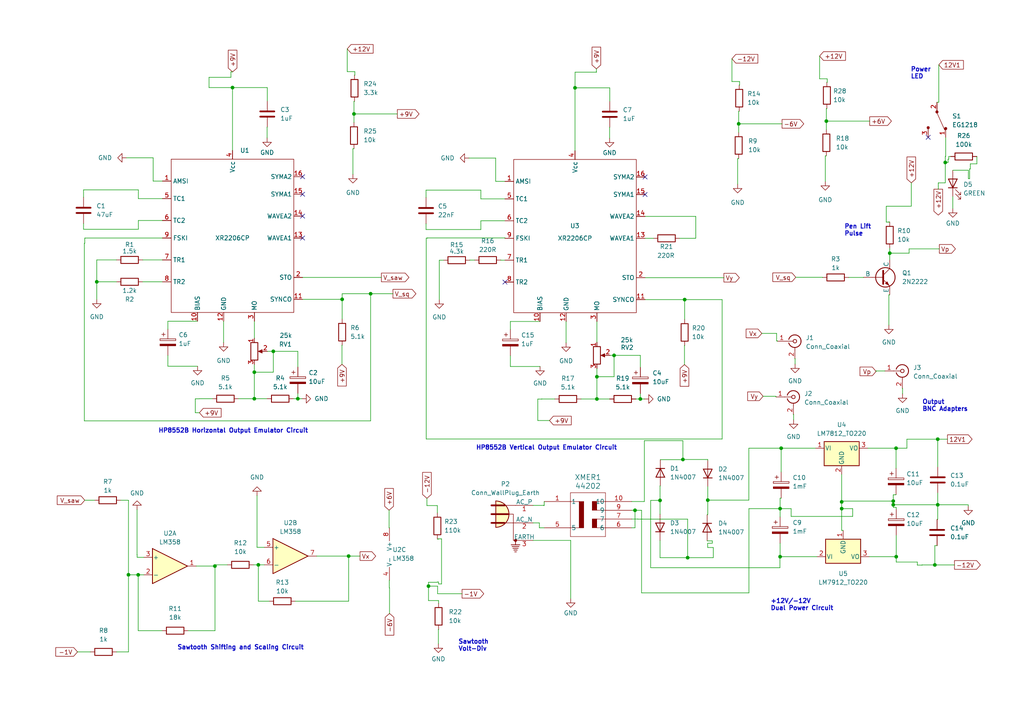
<source format=kicad_sch>
(kicad_sch (version 20230121) (generator eeschema)
  (paper "A4")
  (title_block (title "HP141T Emulator") (date "2025-04-09") (rev "v01") (company "EEE4022F Research Project") (comment 1 "University of Cape Town") (comment 3 "by Bonga Njamela"))
  (junction (at 178.1048 103.0732))
  (junction (at 226.2632 161.4678))
  (junction (at 271.9832 146.4056))
  (junction (at 259.08 145.3388))
  (junction (at 214.249 35.9156))
  (junction (at 244.1194 147.5232))
  (junction (at 37.2618 166.7002))
  (junction (at 239.6744 35.1282))
  (junction (at 271.145 163.8554))
  (junction (at 185.7248 115.7224))
  (junction (at 107.4928 85.1916))
  (junction (at 173.1264 109.2708))
  (junction (at 62.3316 164.1856))
  (junction (at 259.08 146.4056))
  (junction (at 191.4398 145.1356))
  (junction (at 173.1264 115.7224))
  (junction (at 28.067 81.7372))
  (junction (at 124.2822 170.0022))
  (junction (at 258.064 73.4314))
  (junction (at 271.9832 127.381))
  (junction (at 166.7764 25.4762))
  (junction (at 102.6668 33.0454))
  (junction (at 79.2734 101.9048))
  (junction (at 184.1754 148.0058))
  (junction (at 86.3854 115.6462))
  (junction (at 73.7616 107.95))
  (junction (at 40.0812 166.7256))
  (junction (at 259.8928 129.9972))
  (junction (at 67.437 25.4))
  (junction (at 205.2828 145.0594))
  (junction (at 199.4408 161.7472))
  (junction (at 73.7616 115.6462))
  (junction (at 226.568 129.9972))
  (junction (at 198.0692 133.2738))
  (junction (at 101.1174 161.29))
  (junction (at 99.2378 86.8172))
  (junction (at 274.1676 47.117))
  (junction (at 244.1194 145.5674))
  (junction (at 74.93 163.83))
  (junction (at 259.9436 161.4678))
  (junction (at 226.2632 147.5232))
  (junction (at 198.5772 86.8934))
  (no_connect (at 87.757 56.3372))
  (no_connect (at 87.757 51.2572))
  (no_connect (at 87.757 62.6872))
  (no_connect (at 87.757 69.0372))
  (no_connect (at 187.0964 51.3334))
  (no_connect (at 146.4564 81.8134))
  (no_connect (at 187.0964 56.4134))
  (no_connect (at 269.2146 39.8272))
  (wire (pts (xy 148.0312 106.299) (xy 156.6418 106.299)))
  (wire (pts (xy 176.8602 25.4762) (xy 166.7764 25.4762)))
  (wire (pts (xy 165.5318 173.609) (xy 165.5318 156.7434)))
  (wire (pts (xy 143.764 52.6034) (xy 143.764 45.847)))
  (wire (pts (xy 39.751 147.8026) (xy 39.751 160.909)))
  (wire (pts (xy 37.2872 166.7002) (xy 37.2872 166.7256)))
  (wire (pts (xy 274.2946 45.3644) (xy 274.2946 39.8272)))
  (wire (pts (xy 257.81 94.2848) (xy 257.81 85.5218)))
  (wire (pts (xy 244.1194 153.8478) (xy 244.5512 153.8478)))
  (wire (pts (xy 281.2288 48.9966) (xy 281.2288 51.816)))
  (wire (pts (xy 40.0812 166.7256) (xy 41.6814 166.7256)))
  (wire (pts (xy 146.4564 75.4634) (xy 145.2626 75.4634)))
  (wire (pts (xy 157.1244 115.7478) (xy 157.1244 115.7224)))
  (wire (pts (xy 191.4398 145.1356) (xy 191.4398 140.9446)))
  (wire (pts (xy 37.2618 166.7002) (xy 37.2618 189.0776)))
  (wire (pts (xy 157.8356 146.6088) (xy 157.8356 145.4658)))
  (wire (pts (xy 78.0796 174.371) (xy 74.93 174.371)))
  (wire (pts (xy 62.357 164.1856) (xy 62.357 182.9308)))
  (wire (pts (xy 28.067 81.7372) (xy 33.782 81.7372)))
  (wire (pts (xy 155.9814 121.9708) (xy 159.385 121.9708)))
  (wire (pts (xy 205.2574 157.5562) (xy 206.6036 157.5562)))
  (wire (pts (xy 73.7616 107.95) (xy 73.7616 115.6462)))
  (wire (pts (xy 244.1194 147.5232) (xy 244.1194 153.8478)))
  (wire (pts (xy 259.08 146.4056) (xy 271.9832 146.4056)))
  (wire (pts (xy 173.1264 109.2708) (xy 178.1048 109.2708)))
  (wire (pts (xy 226.2632 161.4678) (xy 236.9312 161.4678)))
  (wire (pts (xy 205.2828 149.2504) (xy 205.105 149.2504)))
  (wire (pts (xy 87.757 80.4672) (xy 110.617 80.4672)))
  (wire (pts (xy 48.6918 106.2228) (xy 57.3024 106.2228)))
  (wire (pts (xy 112.8522 153.0858) (xy 112.9538 153.0858)))
  (wire (pts (xy 173.1264 109.2708) (xy 173.1264 115.7224)))
  (wire (pts (xy 77.5208 25.4) (xy 67.437 25.4)))
  (wire (pts (xy 261.7724 114.2238) (xy 261.7724 112.6744)))
  (wire (pts (xy 148.0312 93.2434) (xy 156.6164 93.2434)))
  (wire (pts (xy 128.0668 169.3672) (xy 128.0668 156.2862)))
  (wire (pts (xy 191.4398 140.9446) (xy 191.516 140.9446)))
  (wire (pts (xy 139.4714 57.6834) (xy 139.4714 55.1434)))
  (wire (pts (xy 40.132 63.9572) (xy 47.117 63.9572)))
  (wire (pts (xy 24.6126 69.1642) (xy 24.6126 69.0372)))
  (wire (pts (xy 205.2828 133.2738) (xy 198.0692 133.2738)))
  (wire (pts (xy 173.1264 93.2434) (xy 173.1264 99.2632)))
  (wire (pts (xy 41.402 81.7372) (xy 47.117 81.7372)))
  (wire (pts (xy 263.6774 73.4314) (xy 258.064 73.4314)))
  (wire (pts (xy 102.362 43.1292) (xy 102.6668 43.1292)))
  (wire (pts (xy 39.7764 160.909) (xy 39.7764 161.6456)))
  (wire (pts (xy 77.5208 29.2608) (xy 77.5208 25.4)))
  (wire (pts (xy 266.065 163.9062) (xy 266.065 163.0172)))
  (wire (pts (xy 127.1524 156.3624) (xy 126.8476 156.3624)))
  (wire (pts (xy 226.2632 147.5232) (xy 226.2632 144.5006)))
  (wire (pts (xy 79.2734 101.9048) (xy 86.3854 101.9048)))
  (wire (pts (xy 28.067 75.3872) (xy 28.067 81.7372)))
  (wire (pts (xy 214.249 32.2834) (xy 214.4014 32.2834)))
  (wire (pts (xy 259.08 143.51) (xy 259.8166 143.51)))
  (wire (pts (xy 123.6218 127.3302) (xy 209.4484 127.3302)))
  (wire (pts (xy 24.6126 69.0372) (xy 47.117 69.0372)))
  (wire (pts (xy 217.2208 147.5232) (xy 217.2208 171.958)))
  (wire (pts (xy 271.9832 143.002) (xy 271.9832 146.4056)))
  (wire (pts (xy 126.8476 146.6342) (xy 126.8476 148.7424)))
  (wire (pts (xy 186.8932 127.8128) (xy 186.8932 145.4658)))
  (wire (pts (xy 283.337 47.5234) (xy 283.337 45.3898)))
  (wire (pts (xy 157.7594 146.5834) (xy 154.6098 146.5834)))
  (wire (pts (xy 136.017 45.847) (xy 143.764 45.847)))
  (wire (pts (xy 272.288 29.6672) (xy 271.7546 29.6672)))
  (wire (pts (xy 244.1194 137.6172) (xy 244.1194 145.5674)))
  (wire (pts (xy 244.1194 145.5674) (xy 244.1194 147.5232)))
  (wire (pts (xy 172.9994 20.9042) (xy 172.974 20.9042)))
  (wire (pts (xy 79.2734 107.95) (xy 79.2734 101.9048)))
  (wire (pts (xy 198.5772 92.6084) (xy 198.5772 86.8934)))
  (wire (pts (xy 48.6918 103.0986) (xy 48.6918 106.2228)))
  (wire (pts (xy 259.8928 135.8392) (xy 259.8928 129.9972)))
  (wire (pts (xy 73.7616 115.6462) (xy 77.47 115.6462)))
  (wire (pts (xy 134.0104 172.212) (xy 126.9238 172.212)))
  (wire (pts (xy 267.4366 163.9062) (xy 267.4366 163.8554)))
  (wire (pts (xy 54.61 182.9308) (xy 62.357 182.9308)))
  (wire (pts (xy 184.1754 148.0058) (xy 183.2356 148.0058)))
  (wire (pts (xy 244.1448 145.3388) (xy 259.08 145.3388)))
  (wire (pts (xy 263.0424 127.381) (xy 263.0424 129.9972)))
  (wire (pts (xy 139.4714 64.0334) (xy 146.4564 64.0334)))
  (wire (pts (xy 65.913 163.83) (xy 62.3316 163.83)))
  (wire (pts (xy 62.3316 163.83) (xy 62.3316 164.1856)))
  (wire (pts (xy 37.211 145.1864) (xy 37.211 145.0848)))
  (wire (pts (xy 74.549 143.7386) (xy 74.549 158.75)))
  (wire (pts (xy 178.1048 103.0732) (xy 176.9364 103.0732)))
  (wire (pts (xy 280.8732 51.816) (xy 280.8732 49.3776)))
  (wire (pts (xy 127.1524 186.7408) (xy 127.1524 182.5752)))
  (wire (pts (xy 127.2032 169.3672) (xy 128.0668 169.3672)))
  (wire (pts (xy 56.642 119.7102) (xy 57.8358 119.7102)))
  (wire (pts (xy 281.432 47.5234) (xy 281.432 48.9966)))
  (wire (pts (xy 263.0424 127.381) (xy 271.9832 127.381)))
  (wire (pts (xy 99.2378 92.5322) (xy 99.2378 86.8172)))
  (wire (pts (xy 24.5872 145.0848) (xy 27.432 145.0848)))
  (wire (pts (xy 259.8166 143.51) (xy 259.8166 143.4592)))
  (wire (pts (xy 176.8094 40.0812) (xy 176.8094 36.957)))
  (wire (pts (xy 258.064 72.009) (xy 258.064 73.4314)))
  (wire (pts (xy 37.2618 145.1864) (xy 37.211 145.1864)))
  (wire (pts (xy 272.4404 72.1868) (xy 263.6774 72.1868)))
  (wire (pts (xy 198.0692 133.2738) (xy 198.0692 133.3246)))
  (wire (pts (xy 214.249 38.3794) (xy 214.249 35.9156)))
  (wire (pts (xy 160.909 115.7224) (xy 157.1244 115.7224)))
  (wire (pts (xy 244.1448 145.5674) (xy 244.1194 145.5674)))
  (wire (pts (xy 257.048 59.817) (xy 257.048 64.4144)))
  (wire (pts (xy 239.3696 45.212) (xy 239.6744 45.212)))
  (wire (pts (xy 205.2828 145.0594) (xy 205.2828 149.2504)))
  (wire (pts (xy 217.1954 145.0594) (xy 217.1954 129.9972)))
  (wire (pts (xy 46.99 182.9308) (xy 40.0812 182.9308)))
  (wire (pts (xy 172.974 20.9042) (xy 172.974 19.9644)))
  (wire (pts (xy 100.711 20.7772) (xy 102.9208 20.7772)))
  (wire (pts (xy 258.064 73.4314) (xy 258.064 75.3618)))
  (wire (pts (xy 173.1264 115.7224) (xy 176.8094 115.7224)))
  (wire (pts (xy 24.5872 70.5866) (xy 24.5872 69.1642)))
  (wire (pts (xy 124.2822 168.8846) (xy 126.8476 168.8846)))
  (wire (pts (xy 259.9436 163.0172) (xy 259.9436 161.4678)))
  (wire (pts (xy 148.0312 103.1748) (xy 148.0312 106.299)))
  (wire (pts (xy 127.4064 75.4634) (xy 127.4064 86.8934)))
  (wire (pts (xy 183.2356 153.0858) (xy 184.1754 153.0858)))
  (wire (pts (xy 225.044 114.935) (xy 225.044 115.1382)))
  (wire (pts (xy 102.362 50.546) (xy 102.362 43.1292)))
  (wire (pts (xy 257.048 64.4144) (xy 257.7338 64.4144)))
  (wire (pts (xy 74.93 174.371) (xy 74.93 163.83)))
  (wire (pts (xy 187.0964 80.5434) (xy 209.9564 80.5434)))
  (wire (pts (xy 123.9774 69.0118) (xy 146.4818 69.0118)))
  (wire (pts (xy 226.2124 164.6682) (xy 226.2124 161.4678)))
  (wire (pts (xy 112.903 168.3258) (xy 112.9538 168.3258)))
  (wire (pts (xy 247.3198 149.7838) (xy 247.3198 147.5232)))
  (wire (pts (xy 206.6036 156.8704) (xy 205.105 156.8704)))
  (wire (pts (xy 166.8018 20.9296) (xy 166.7764 25.4762)))
  (wire (pts (xy 261.7724 112.6744) (xy 261.7216 112.6744)))
  (wire (pts (xy 48.6918 93.1672) (xy 57.277 93.1672)))
  (wire (pts (xy 276.352 56.9976) (xy 276.352 60.4774)))
  (wire (pts (xy 60.6298 22.4282) (xy 66.9798 22.4282)))
  (wire (pts (xy 198.0692 133.3246) (xy 191.516 133.3246)))
  (wire (pts (xy 173.1264 106.8832) (xy 173.1264 109.2708)))
  (wire (pts (xy 112.903 170.5102) (xy 112.903 168.3258)))
  (wire (pts (xy 56.9214 164.1856) (xy 62.3316 164.1856)))
  (wire (pts (xy 259.08 147.1676) (xy 259.9436 147.1676)))
  (wire (pts (xy 272.288 18.796) (xy 272.288 29.6672)))
  (wire (pts (xy 186.0804 148.0058) (xy 186.0804 171.958)))
  (wire (pts (xy 239.6744 35.1282) (xy 252.2474 35.1282)))
  (wire (pts (xy 271.9832 127.381) (xy 274.8026 127.381)))
  (wire (pts (xy 229.4636 147.5232) (xy 226.2632 147.5232)))
  (wire (pts (xy 146.4564 52.6034) (xy 143.764 52.6034)))
  (wire (pts (xy 165.5318 156.7434) (xy 154.6098 156.7434)))
  (wire (pts (xy 139.4714 55.1434) (xy 123.571 55.1434)))
  (wire (pts (xy 64.8462 99.3394) (xy 64.8462 93.1672)))
  (wire (pts (xy 24.4602 122.0724) (xy 107.4928 122.0724)))
  (wire (pts (xy 271.9832 127.381) (xy 271.9832 135.382)))
  (wire (pts (xy 239.6744 37.592) (xy 239.6744 35.1282)))
  (wire (pts (xy 239.6744 31.496) (xy 239.8268 31.496)))
  (wire (pts (xy 275.1836 46.1772) (xy 275.1836 45.3898)))
  (wire (pts (xy 239.9284 23.876) (xy 239.8268 23.876)))
  (wire (pts (xy 226.568 129.9972) (xy 226.568 136.8806)))
  (wire (pts (xy 123.571 66.5734) (xy 139.4714 66.5734)))
  (wire (pts (xy 157.7594 146.6088) (xy 157.7594 146.5834)))
  (wire (pts (xy 22.479 189.0776) (xy 26.2128 189.0776)))
  (wire (pts (xy 225.2472 98.8822) (xy 225.4758 98.8822)))
  (wire (pts (xy 198.5264 100.2284) (xy 198.5772 100.2284)))
  (wire (pts (xy 187.0964 86.8934) (xy 198.5772 86.8934)))
  (wire (pts (xy 280.8732 49.3776) (xy 276.352 49.3776)))
  (wire (pts (xy 157.1244 115.7478) (xy 155.9814 115.7478)))
  (wire (pts (xy 126.9238 172.212) (xy 126.9238 170.0022)))
  (wire (pts (xy 73.533 163.83) (xy 74.93 163.83)))
  (wire (pts (xy 57.785 115.6716) (xy 57.785 115.6462)))
  (wire (pts (xy 85.6996 174.371) (xy 101.1174 174.371)))
  (wire (pts (xy 57.785 115.6716) (xy 56.642 115.6716)))
  (wire (pts (xy 91.8718 161.29) (xy 101.1174 161.29)))
  (wire (pts (xy 156.4386 151.6634) (xy 156.4386 153.0858)))
  (wire (pts (xy 239.9284 22.86) (xy 239.9284 23.876)))
  (wire (pts (xy 185.7248 115.7224) (xy 186.8932 115.7224)))
  (wire (pts (xy 206.883 158.8008) (xy 206.883 161.7472)))
  (wire (pts (xy 191.4398 145.1356) (xy 188.722 145.1356)))
  (wire (pts (xy 86.3854 106.4768) (xy 86.3854 101.9048)))
  (wire (pts (xy 230.8098 80.4164) (xy 238.5568 80.4164)))
  (wire (pts (xy 145.2626 75.4634) (xy 145.2626 75.438)))
  (wire (pts (xy 146.4818 69.1134) (xy 146.4564 69.1134)))
  (wire (pts (xy 39.751 160.909) (xy 39.7764 160.909)))
  (wire (pts (xy 123.825 146.6342) (xy 126.8476 146.6342)))
  (wire (pts (xy 123.6218 69.0626) (xy 123.6218 127.3302)))
  (wire (pts (xy 281.432 47.5234) (xy 283.337 47.5234)))
  (wire (pts (xy 127.1524 156.2862) (xy 127.1524 156.3624)))
  (wire (pts (xy 127.2032 174.1932) (xy 127.2032 174.9552)))
  (wire (pts (xy 124.2822 168.8846) (xy 124.2822 170.0022)))
  (wire (pts (xy 254.1016 107.7214) (xy 254.1016 107.5944)))
  (wire (pts (xy 271.9832 146.4056) (xy 280.8224 146.4056)))
  (wire (pts (xy 107.4928 85.1916) (xy 113.9698 85.1916)))
  (wire (pts (xy 102.6668 29.4132) (xy 102.8192 29.4132)))
  (wire (pts (xy 272.1356 53.0352) (xy 274.1676 53.0352)))
  (wire (pts (xy 128.651 75.4634) (xy 127.4064 75.4634)))
  (wire (pts (xy 226.2632 149.9362) (xy 226.2632 147.5232)))
  (wire (pts (xy 36.6776 45.7708) (xy 44.4246 45.7708)))
  (wire (pts (xy 230.6066 105.5878) (xy 230.6066 104.0384)))
  (wire (pts (xy 124.2822 170.0022) (xy 126.9238 170.0022)))
  (wire (pts (xy 191.4398 149.1488) (xy 191.4398 145.1356)))
  (wire (pts (xy 168.529 115.7224) (xy 173.1264 115.7224)))
  (wire (pts (xy 201.803 62.7634) (xy 187.0964 62.7634)))
  (wire (pts (xy 156.4386 153.0858) (xy 157.8356 153.0858)))
  (wire (pts (xy 205.2828 141.1478) (xy 205.2828 145.0594)))
  (wire (pts (xy 213.9442 45.9994) (xy 214.249 45.9994)))
  (wire (pts (xy 230.1748 121.7676) (xy 230.1748 120.2182)))
  (wire (pts (xy 85.09 115.6462) (xy 86.3854 115.6462)))
  (wire (pts (xy 112.8522 147.9804) (xy 112.8522 153.0858)))
  (wire (pts (xy 184.1754 153.0858) (xy 184.1754 148.0058)))
  (wire (pts (xy 259.08 143.51) (xy 259.08 145.3388)))
  (wire (pts (xy 257.7338 64.4144) (xy 257.7338 64.389)))
  (wire (pts (xy 86.3854 115.6462) (xy 87.5538 115.6462)))
  (wire (pts (xy 226.2124 161.4678) (xy 226.2632 161.4678)))
  (wire (pts (xy 76.6318 158.75) (xy 74.549 158.75)))
  (wire (pts (xy 37.2872 166.7002) (xy 37.2618 166.7002)))
  (wire (pts (xy 281.2288 51.816) (xy 280.8732 51.816)))
  (wire (pts (xy 156.4386 151.6634) (xy 154.6098 151.6634)))
  (wire (pts (xy 44.4246 52.5272) (xy 44.4246 45.7708)))
  (wire (pts (xy 41.402 75.3872) (xy 47.117 75.3872)))
  (wire (pts (xy 155.9814 115.7478) (xy 155.9814 121.9708)))
  (wire (pts (xy 214.503 24.6634) (xy 214.4014 24.6634)))
  (wire (pts (xy 272.1356 53.0352) (xy 272.1356 54.864)))
  (wire (pts (xy 77.47 40.005) (xy 77.47 36.8808)))
  (wire (pts (xy 236.4994 129.9972) (xy 226.568 129.9972)))
  (wire (pts (xy 251.7394 129.9972) (xy 259.8928 129.9972)))
  (wire (pts (xy 112.9792 177.927) (xy 112.9792 170.5102)))
  (wire (pts (xy 217.1954 129.9972) (xy 226.568 129.9972)))
  (wire (pts (xy 209.4484 127.3302) (xy 209.4484 86.8934)))
  (wire (pts (xy 239.3696 52.6288) (xy 239.3696 45.212)))
  (wire (pts (xy 250.444 80.4672) (xy 250.444 80.4418)))
  (wire (pts (xy 102.6668 33.0454) (xy 102.6668 29.4132)))
  (wire (pts (xy 254.1016 107.5944) (xy 256.6416 107.5944)))
  (wire (pts (xy 205.2574 158.8008) (xy 206.883 158.8008)))
  (wire (pts (xy 191.4398 156.7688) (xy 191.4398 161.7472)))
  (wire (pts (xy 214.503 23.6474) (xy 214.503 24.6634)))
  (wire (pts (xy 274.1676 47.117) (xy 274.1676 53.0352)))
  (wire (pts (xy 126.8476 168.8084) (xy 127.2032 168.8084)))
  (wire (pts (xy 86.3854 114.0968) (xy 86.3854 115.6462)))
  (wire (pts (xy 199.4408 150.5712) (xy 199.4408 161.7472)))
  (wire (pts (xy 73.787 93.1672) (xy 73.787 98.0948)))
  (wire (pts (xy 60.6298 25.4) (xy 67.437 25.4)))
  (wire (pts (xy 73.7616 107.95) (xy 79.2734 107.95)))
  (wire (pts (xy 176.8602 29.337) (xy 176.8602 25.4762)))
  (wire (pts (xy 274.1676 45.3644) (xy 274.2946 45.3644)))
  (wire (pts (xy 214.249 35.9156) (xy 226.822 35.9156)))
  (wire (pts (xy 263.0424 129.9972) (xy 259.8928 129.9972)))
  (wire (pts (xy 237.7186 22.86) (xy 239.9284 22.86)))
  (wire (pts (xy 264.3124 59.817) (xy 264.3124 53.0352)))
  (wire (pts (xy 64.8462 93.1672) (xy 64.897 93.1672)))
  (wire (pts (xy 73.787 98.0948) (xy 73.7616 98.0948)))
  (wire (pts (xy 37.2618 145.1864) (xy 37.2618 166.7002)))
  (wire (pts (xy 230.6066 104.0384) (xy 230.5558 104.0384)))
  (wire (pts (xy 40.0812 182.9308) (xy 40.0812 166.7256)))
  (wire (pts (xy 102.6668 35.5092) (xy 102.6668 33.0454)))
  (wire (pts (xy 252.1712 161.4678) (xy 259.9436 161.4678)))
  (wire (pts (xy 271.145 158.242) (xy 271.8054 158.242)))
  (wire (pts (xy 259.9436 163.0172) (xy 266.065 163.0172)))
  (wire (pts (xy 24.5872 69.1642) (xy 24.6126 69.1642)))
  (wire (pts (xy 99.2378 85.1916) (xy 99.2378 86.8172)))
  (wire (pts (xy 184.9882 150.5458) (xy 183.2356 150.5458)))
  (wire (pts (xy 24.2316 66.4972) (xy 40.132 66.4972)))
  (wire (pts (xy 201.803 69.1134) (xy 201.803 62.7634)))
  (wire (pts (xy 274.1676 47.117) (xy 274.9804 47.117)))
  (wire (pts (xy 40.132 66.4972) (xy 40.132 63.9572)))
  (wire (pts (xy 47.117 52.5272) (xy 44.4246 52.5272)))
  (wire (pts (xy 271.145 158.242) (xy 271.145 163.8554)))
  (wire (pts (xy 112.9792 170.5102) (xy 112.903 170.5102)))
  (wire (pts (xy 225.4758 98.8822) (xy 225.4758 98.9584)))
  (wire (pts (xy 275.1836 45.3898) (xy 275.717 45.3898)))
  (wire (pts (xy 164.1856 99.4156) (xy 164.1856 93.2434)))
  (wire (pts (xy 73.7616 105.7148) (xy 73.7616 107.95)))
  (wire (pts (xy 186.0804 148.0058) (xy 184.1754 148.0058)))
  (wire (pts (xy 280.8224 146.7866) (xy 280.8224 146.4056)))
  (wire (pts (xy 66.9798 22.4282) (xy 66.9798 20.8534)))
  (wire (pts (xy 139.4714 66.5734) (xy 139.4714 64.0334)))
  (wire (pts (xy 123.571 55.1434) (xy 123.571 57.277)))
  (wire (pts (xy 259.9436 155.2956) (xy 259.9436 161.4678)))
  (wire (pts (xy 257.7338 64.389) (xy 258.064 64.389)))
  (wire (pts (xy 198.5772 86.8934) (xy 209.4484 86.8934)))
  (wire (pts (xy 66.9798 20.8534) (xy 67.4624 20.8534)))
  (wire (pts (xy 176.8094 36.957) (xy 176.8602 36.957)))
  (wire (pts (xy 124.2822 174.1932) (xy 127.2032 174.1932)))
  (wire (pts (xy 226.2632 144.5006) (xy 226.568 144.5006)))
  (wire (pts (xy 247.3198 147.5232) (xy 244.1194 147.5232)))
  (wire (pts (xy 39.7764 161.6456) (xy 41.6814 161.6456)))
  (wire (pts (xy 24.2316 64.8208) (xy 24.2316 66.4972)))
  (wire (pts (xy 205.2828 145.0594) (xy 217.1954 145.0594)))
  (wire (pts (xy 40.132 55.0672) (xy 24.2316 55.0672)))
  (wire (pts (xy 37.2872 166.7256) (xy 40.0812 166.7256)))
  (wire (pts (xy 191.4398 161.7472) (xy 199.4408 161.7472)))
  (wire (pts (xy 33.782 75.3872) (xy 28.067 75.3872)))
  (wire (pts (xy 67.437 25.4) (xy 67.437 43.6372)))
  (wire (pts (xy 212.2932 17.0434) (xy 212.2932 23.6474)))
  (wire (pts (xy 60.6298 22.4282) (xy 60.6298 25.4)))
  (wire (pts (xy 199.4408 161.7472) (xy 206.883 161.7472)))
  (wire (pts (xy 226.2632 161.4678) (xy 226.2632 157.5562)))
  (wire (pts (xy 69.1896 115.6462) (xy 73.7616 115.6462)))
  (wire (pts (xy 61.5696 115.6462) (xy 57.785 115.6462)))
  (wire (pts (xy 101.1174 174.371) (xy 101.1174 161.29)))
  (wire (pts (xy 28.067 81.7372) (xy 28.067 86.8172)))
  (wire (pts (xy 221.3356 114.935) (xy 225.044 114.935)))
  (wire (pts (xy 87.757 86.8172) (xy 99.2378 86.8172)))
  (wire (pts (xy 40.132 57.6072) (xy 40.132 55.0672)))
  (wire (pts (xy 166.8018 20.9296) (xy 172.9994 20.9296)))
  (wire (pts (xy 164.1856 93.2434) (xy 164.2364 93.2434)))
  (wire (pts (xy 127.2032 168.8084) (xy 127.2032 169.3672)))
  (wire (pts (xy 271.145 163.8554) (xy 276.8346 163.8554)))
  (wire (pts (xy 99.187 105.664) (xy 99.187 100.1522)))
  (wire (pts (xy 229.4636 149.7838) (xy 247.3198 149.7838)))
  (wire (pts (xy 198.5264 105.7402) (xy 198.5264 100.2284)))
  (wire (pts (xy 239.6744 35.1282) (xy 239.6744 31.496)))
  (wire (pts (xy 24.2316 55.0672) (xy 24.2316 57.2008)))
  (wire (pts (xy 99.2378 85.1916) (xy 107.4928 85.1916)))
  (wire (pts (xy 237.7186 16.256) (xy 237.7186 22.86)))
  (wire (pts (xy 127.1524 182.5752) (xy 127.2032 182.5752)))
  (wire (pts (xy 178.1048 109.2708) (xy 178.1048 103.0732)))
  (wire (pts (xy 123.571 64.897) (xy 123.571 66.5734)))
  (wire (pts (xy 271.9832 150.6474) (xy 271.8054 150.6474)))
  (wire (pts (xy 274.1676 45.3644) (xy 274.1676 47.117)))
  (wire (pts (xy 274.9804 46.1772) (xy 275.1836 46.1772)))
  (wire (pts (xy 124.2822 170.0022) (xy 124.2822 174.1932)))
  (wire (pts (xy 246.1768 80.4672) (xy 250.444 80.4672)))
  (wire (pts (xy 166.7764 25.4762) (xy 166.7764 43.7134)))
  (wire (pts (xy 205.2828 133.5278) (xy 205.2828 133.2738)))
  (wire (pts (xy 259.08 146.4056) (xy 259.08 147.1676)))
  (wire (pts (xy 102.9208 20.7772) (xy 102.9208 21.7932)))
  (wire (pts (xy 274.9804 47.117) (xy 274.9804 46.1772)))
  (wire (pts (xy 257.048 59.817) (xy 264.3124 59.817)))
  (wire (pts (xy 217.2208 147.5232) (xy 226.2632 147.5232)))
  (wire (pts (xy 123.6218 69.0626) (xy 123.9774 69.0626)))
  (wire (pts (xy 271.8054 158.242) (xy 271.8054 158.2674)))
  (wire (pts (xy 212.2932 23.6474) (xy 214.503 23.6474)))
  (wire (pts (xy 146.4564 57.6834) (xy 139.4714 57.6834)))
  (wire (pts (xy 257.81 85.5218) (xy 258.064 85.5218)))
  (wire (pts (xy 225.2472 96.6978) (xy 220.9546 96.6978)))
  (wire (pts (xy 24.4602 70.5866) (xy 24.4602 122.0724)))
  (wire (pts (xy 74.93 163.83) (xy 76.6318 163.83)))
  (wire (pts (xy 184.9882 150.5712) (xy 199.4408 150.5712)))
  (wire (pts (xy 259.9436 147.1676) (xy 259.9436 147.6756)))
  (wire (pts (xy 267.4366 163.8554) (xy 271.145 163.8554)))
  (wire (pts (xy 205.2574 157.5562) (xy 205.2574 158.8008)))
  (wire (pts (xy 62.3316 164.1856) (xy 62.357 164.1856)))
  (wire (pts (xy 157.7594 146.6088) (xy 157.8356 146.6088)))
  (wire (pts (xy 186.8932 145.4658) (xy 183.2356 145.4658)))
  (wire (pts (xy 56.642 115.6716) (xy 56.642 119.7102)))
  (wire (pts (xy 214.249 35.9156) (xy 214.249 32.2834)))
  (wire (pts (xy 148.0312 95.5548) (xy 148.0312 93.2434)))
  (wire (pts (xy 24.4602 70.5866) (xy 24.5872 70.5866)))
  (wire (pts (xy 225.2472 96.6978) (xy 225.2472 98.8822)))
  (wire (pts (xy 281.2288 48.9966) (xy 281.432 48.9966)))
  (wire (pts (xy 184.4294 115.7224) (xy 185.7248 115.7224)))
  (wire (pts (xy 123.9774 69.0626) (xy 123.9774 69.0118)))
  (wire (pts (xy 33.8328 189.0776) (xy 37.2618 189.0776)))
  (wire (pts (xy 47.117 57.6072) (xy 40.132 57.6072)))
  (wire (pts (xy 188.722 164.6682) (xy 226.2124 164.6682)))
  (wire (pts (xy 107.4928 85.1916) (xy 107.4928 122.0724)))
  (wire (pts (xy 185.7248 114.173) (xy 185.7248 115.7224)))
  (wire (pts (xy 185.7248 103.0732) (xy 178.1048 103.0732)))
  (wire (pts (xy 244.1448 145.3388) (xy 244.1448 145.5674)))
  (wire (pts (xy 188.722 145.1356) (xy 188.722 164.6682)))
  (wire (pts (xy 126.8476 168.8846) (xy 126.8476 168.8084)))
  (wire (pts (xy 206.6036 157.5562) (xy 206.6036 156.8704)))
  (wire (pts (xy 267.4366 163.9062) (xy 266.065 163.9062)))
  (wire (pts (xy 213.9442 53.4162) (xy 213.9442 45.9994)))
  (wire (pts (xy 198.0692 127.8128) (xy 198.0692 133.2738)))
  (wire (pts (xy 172.9994 20.9042) (xy 172.9994 20.9296)))
  (wire (pts (xy 186.8932 127.8128) (xy 198.0692 127.8128)))
  (wire (pts (xy 99.187 100.1522) (xy 99.2378 100.1522)))
  (wire (pts (xy 259.8166 143.4592) (xy 259.8928 143.4592)))
  (wire (pts (xy 146.4818 69.0118) (xy 146.4818 69.1134)))
  (wire (pts (xy 230.1748 120.2182) (xy 230.124 120.2182)))
  (wire (pts (xy 128.0668 156.2862) (xy 127.1524 156.2862)))
  (wire (pts (xy 184.9882 150.5458) (xy 184.9882 150.5712)))
  (wire (pts (xy 217.2208 171.958) (xy 186.0804 171.958)))
  (wire (pts (xy 238.5568 80.4164) (xy 238.5568 80.4672)))
  (wire (pts (xy 77.47 36.8808) (xy 77.5208 36.8808)))
  (wire (pts (xy 77.5716 101.9048) (xy 79.2734 101.9048)))
  (wire (pts (xy 259.08 145.3388) (xy 259.08 146.4056)))
  (wire (pts (xy 101.1174 161.29) (xy 104.4194 161.29)))
  (wire (pts (xy 37.211 145.0848) (xy 35.052 145.0848)))
  (wire (pts (xy 197.1294 69.1134) (xy 201.803 69.1134)))
  (wire (pts (xy 136.271 75.438) (xy 136.271 75.4634)))
  (wire (pts (xy 263.6774 72.1868) (xy 263.6774 73.4314)))
  (wire (pts (xy 102.9208 21.7932) (xy 102.8192 21.7932)))
  (wire (pts (xy 185.7248 103.0732) (xy 185.7248 106.553)))
  (wire (pts (xy 102.6668 33.0454) (xy 115.2398 33.0454)))
  (wire (pts (xy 137.6426 75.438) (xy 136.271 75.438)))
  (wire (pts (xy 48.6918 95.4786) (xy 48.6918 93.1672)))
  (wire (pts (xy 271.9832 146.4056) (xy 271.9832 150.6474)))
  (wire (pts (xy 229.4636 149.7838) (xy 229.4636 147.5232)))
  (wire (pts (xy 187.0964 69.1134) (xy 189.5094 69.1134)))
  (wire (pts (xy 123.825 144.526) (xy 123.825 146.6342)))
  (wire (pts (xy 100.711 14.1732) (xy 100.711 20.7772)))
  (text "+12V/-12V \nDual Power Circuit" (at 223.4438 177.2666 0) (effects (font (size 1.27 1.27) bold) (justify left bottom)))
  (text "Output \nBNC Adapters" (at 267.462 119.507 0) (effects (font (size 1.27 1.27) bold) (justify left bottom)))
  (text "HP8552B Vertical Output Emulator Circuit" (at 137.9982 130.7084 0) (effects (font (size 1.27 1.27) (thickness 0.254) bold) (justify left bottom)))
  (text "Power\nLED" (at 264.1092 23.0632 0) (effects (font (size 1.27 1.27) bold) (justify left bottom)))
  (text "Sawtooth Shifting and Scaling Circuit" (at 51.3842 188.6458 0) (effects (font (size 1.27 1.27) (thickness 0.254) bold) (justify left bottom)))
  (text "Pen Lift\nPulse" (at 244.856 68.6308 0) (effects (font (size 1.27 1.27) bold) (justify left bottom)))
  (text "HP8552B Horizontal Output Emulator Circuit" (at 45.8724 125.7808 0) (effects (font (size 1.27 1.27) (thickness 0.254) bold) (justify left bottom)))
  (text "Sawtooth\nVolt-Div" (at 132.8928 189.0522 0) (effects (font (size 1.27 1.27) bold) (justify left bottom)))
  (global_label "+9V" (shape output) (at 115.2398 33.0454 0) (property "Intersheetrefs" "${INTERSHEET_REFS}" (effects hide)))
  (global_label "12V1" (shape output) (at 274.8026 127.381 0) (property "Intersheetrefs" "${INTERSHEET_REFS}" (effects hide)))
  (global_label "V_saw" (shape output) (at 110.617 80.4672 0) (property "Intersheetrefs" "${INTERSHEET_REFS}" (effects hide)))
  (global_label "+9V" (shape input) (at 67.4624 20.8534 90) (property "Intersheetrefs" "${INTERSHEET_REFS}" (effects hide)))
  (global_label "-1V" (shape input) (at 22.479 189.0776 180) (property "Intersheetrefs" "${INTERSHEET_REFS}" (effects hide)))
  (global_label "V_sq" (shape input) (at 230.8098 80.4164 180) (property "Intersheetrefs" "${INTERSHEET_REFS}" (effects hide)))
  (global_label "+9V" (shape input) (at 99.187 105.664 270) (property "Intersheetrefs" "${INTERSHEET_REFS}" (effects hide)))
  (global_label "Vx" (shape output) (at 104.4194 161.29 0) (property "Intersheetrefs" "${INTERSHEET_REFS}" (effects hide)))
  (global_label "+9V" (shape input) (at 198.5264 105.7402 270) (property "Intersheetrefs" "${INTERSHEET_REFS}" (effects hide)))
  (global_label "V_saw" (shape input) (at 24.5872 145.0848 180) (property "Intersheetrefs" "${INTERSHEET_REFS}" (effects hide)))
  (global_label "-12V" (shape output) (at 276.8346 163.8554 0) (property "Intersheetrefs" "${INTERSHEET_REFS}" (effects hide)))
  (global_label "Vp" (shape output) (at 272.4404 72.1868 0) (property "Intersheetrefs" "${INTERSHEET_REFS}" (effects hide)))
  (global_label "-6V" (shape input) (at 112.9792 177.927 270) (property "Intersheetrefs" "${INTERSHEET_REFS}" (effects hide)))
  (global_label "Vy" (shape output) (at 209.9564 80.5434 0) (property "Intersheetrefs" "${INTERSHEET_REFS}" (effects hide)))
  (global_label "-6V" (shape output) (at 226.822 35.9156 0) (property "Intersheetrefs" "${INTERSHEET_REFS}" (effects hide)))
  (global_label "-1V" (shape output) (at 134.0104 172.212 0) (property "Intersheetrefs" "${INTERSHEET_REFS}" (effects hide)))
  (global_label "Vx" (shape input) (at 220.9546 96.6978 180) (property "Intersheetrefs" "${INTERSHEET_REFS}" (effects hide)))
  (global_label "+12V" (shape input) (at 100.711 14.1732 0) (property "Intersheetrefs" "${INTERSHEET_REFS}" (effects hide)))
  (global_label "-12V" (shape input) (at 123.825 144.526 90) (property "Intersheetrefs" "${INTERSHEET_REFS}" (effects hide)))
  (global_label "+12V" (shape input) (at 264.3124 53.0352 90) (property "Intersheetrefs" "${INTERSHEET_REFS}" (effects hide)))
  (global_label "Vp" (shape input) (at 254.1016 107.7214 180) (property "Intersheetrefs" "${INTERSHEET_REFS}" (effects hide)))
  (global_label "12V1" (shape input) (at 272.288 18.796 0) (property "Intersheetrefs" "${INTERSHEET_REFS}" (effects hide)))
  (global_label "-12V" (shape input) (at 212.2932 17.0434 0) (property "Intersheetrefs" "${INTERSHEET_REFS}" (effects hide)))
  (global_label "+9V" (shape input) (at 57.8358 119.7102 0) (property "Intersheetrefs" "${INTERSHEET_REFS}" (effects hide)))
  (global_label "+6V" (shape input) (at 112.8522 147.9804 90) (property "Intersheetrefs" "${INTERSHEET_REFS}" (effects hide)))
  (global_label "+6V" (shape output) (at 252.2474 35.1282 0) (property "Intersheetrefs" "${INTERSHEET_REFS}" (effects hide)))
  (global_label "Vy" (shape input) (at 221.3356 114.935 180) (property "Intersheetrefs" "${INTERSHEET_REFS}" (effects hide)))
  (global_label "+12V" (shape output) (at 272.1356 54.864 270) (property "Intersheetrefs" "${INTERSHEET_REFS}" (effects hide)))
  (global_label "+12V" (shape input) (at 237.7186 16.256 0) (property "Intersheetrefs" "${INTERSHEET_REFS}" (effects hide)))
  (global_label "+9V" (shape input) (at 172.974 19.9644 90) (property "Intersheetrefs" "${INTERSHEET_REFS}" (effects hide)))
  (global_label "+9V" (shape input) (at 159.385 121.9708 0) (property "Intersheetrefs" "${INTERSHEET_REFS}" (effects hide)))
  (global_label "V_sq" (shape output) (at 113.9698 85.1916 0) (property "Intersheetrefs" "${INTERSHEET_REFS}" (effects hide)))
  (symbol (lib_id "Device:R") (at 193.3194 69.1134 90) (unit 1)
    (property "Reference" "R21" (at 193.3194 71.5264 90))
    (property "Value" "220R" (at 193.1416 74.1172 90))
    (property "Footprint" "Resistor_THT:R_Axial_DIN0207_L6.3mm_D2.5mm_P7.62mm_Horizontal" (effects hide))
  )
  (symbol (lib_id "power:GND") (at 276.352 60.4774 0) (unit 1)
    (property "Reference" "#PWR022" (effects hide))
    (property "Value" "GND" (at 276.352 64.77 0))
  )
  (symbol (lib_id "Device:R") (at 37.592 75.3872 270) (unit 1)
    (property "Reference" "R1" (at 37.592 70.9422 90))
    (property "Value" "1.5k" (at 37.592 72.8472 90))
    (property "Footprint" "Resistor_THT:R_Axial_DIN0207_L6.3mm_D2.5mm_P7.62mm_Horizontal" (effects hide))
  )
  (symbol (lib_id "Device:D") (at 191.516 137.1346 270) (unit 1)
    (property "Reference" "D1" (at 194.31 135.8646 90) (effects (justify left)))
    (property "Value" "1N4007" (at 194.31 138.4046 90) (effects (justify left)))
    (property "Footprint" "Diode_THT:D_A-405_P7.62mm_Horizontal" (effects hide))
    (property "Sim.Device" "D" (effects hide))
    (property "Sim.Pins" "1=K 2=A" (effects hide))
  )
  (symbol (lib_id "Device:R") (at 65.3796 115.6462 90) (unit 1)
    (property "Reference" "R5" (at 65.3796 109.6772 90))
    (property "Value" "5.1k" (at 65.3796 112.2172 90))
    (property "Footprint" "Resistor_THT:R_Axial_DIN0207_L6.3mm_D2.5mm_P7.62mm_Horizontal" (effects hide))
  )
  (symbol (lib_id "Device:C_Polarized") (at 259.8928 139.6492 0) (unit 1)
    (property "Reference" "C11" (at 262.89 137.4902 0) (effects (justify left)))
    (property "Value" "10uF" (at 262.89 140.0302 0) (effects (justify left)))
    (property "Footprint" "Capacitor_THT:CP_Radial_D4.0mm_P1.50mm" (effects hide))
  )
  (symbol (lib_id "Device:R") (at 239.8268 27.686 0) (unit 1)
    (property "Reference" "R28" (at 241.6302 26.416 0) (effects (justify left)))
    (property "Value" "10k" (at 241.6302 28.956 0) (effects (justify left)))
    (property "Footprint" "Resistor_THT:R_Axial_DIN0207_L6.3mm_D2.5mm_P7.62mm_Horizontal" (effects hide))
  )
  (symbol (lib_id "Connector:Conn_Coaxial") (at 230.124 115.1382 0) (unit 1)
    (property "Reference" "J2" (at 233.2482 114.1614 0) (effects (justify left)))
    (property "Value" "Conn_Coaxial" (at 233.2482 116.7014 0) (effects (justify left)))
    (property "Footprint" "Connector_Coaxial:BNC_Amphenol_B6252HB-NPP3G-50_Horizontal" (effects hide))
    (property "Datasheet" " ~" (effects hide))
  )
  (symbol (lib_id "Device:R_Potentiometer") (at 73.7616 101.9048 0) (unit 1)
    (property "Reference" "RV1" (at 84.6836 99.8728 0) (effects (justify right)))
    (property "Value" "25k" (at 84.7344 97.3074 0) (effects (justify right)))
    (property "Footprint" "bourns:BOURNS-3362P_pot" (effects hide))
  )
  (symbol (lib_id "Device:C") (at 271.8054 154.4574 0) (unit 1)
    (property "Reference" "C14" (at 275.59 153.1874 0) (effects (justify left)))
    (property "Value" "0.1uF" (at 275.59 155.7274 0) (effects (justify left)))
    (property "Footprint" "Capacitor_THT:C_Axial_L3.8mm_D2.6mm_P7.50mm_Horizontal" (effects hide))
  )
  (symbol (lib_id "Device:R") (at 69.723 163.83 90) (unit 1)
    (property "Reference" "R12" (at 69.723 157.48 90))
    (property "Value" "10k" (at 69.723 160.02 90))
    (property "Footprint" "Resistor_THT:R_Axial_DIN0207_L6.3mm_D2.5mm_P7.62mm_Horizontal" (effects hide))
  )
  (symbol (lib_id "Device:C_Polarized") (at 148.0312 99.3648 0) (unit 1)
    (property "Reference" "C15" (at 151.13 97.2058 0) (effects (justify left)))
    (property "Value" "1uF" (at 151.13 99.7458 0) (effects (justify left)))
    (property "Footprint" "Capacitor_THT:CP_Radial_D5.0mm_P2.00mm" (effects hide))
  )
  (symbol (lib_id "Device:R") (at 99.2378 96.3422 0) (unit 1)
    (property "Reference" "R6" (at 101.6 95.0722 0) (effects (justify left)))
    (property "Value" "5.1k" (at 101.6 97.6122 0) (effects (justify left)))
    (property "Footprint" "Resistor_THT:R_Axial_DIN0207_L6.3mm_D2.5mm_P7.62mm_Horizontal" (effects hide))
  )
  (symbol (lib_id "Connector:Conn_WallPlug_Earth") (at 146.9898 149.1234 0) (unit 1)
    (property "Reference" "P2" (at 146.5961 140.3858 0))
    (property "Value" "Conn_WallPlug_Earth" (at 146.5961 142.9258 0))
    (property "Footprint" "Digikey:Term_Block_1x3_P5mm" (effects hide))
  )
  (symbol (lib_id "Amplifier_Operational:LM358") (at 49.3014 164.1856 0) (unit 1)
    (property "Reference" "U2" (at 49.3014 154.686 0))
    (property "Value" "LM358" (at 49.3014 157.226 0))
    (property "Footprint" "Package_DIP:DIP-4_W7.62mm_Socket" (effects hide))
    (property "Datasheet" "http://www.ti.com/lit/ds/symlink/lm2904-n.pdf" (effects hide))
  )
  (symbol (lib_id "Device:D") (at 191.4398 152.9588 90) (unit 1)
    (property "Reference" "D3" (at 194.31 151.6888 90) (effects (justify right)))
    (property "Value" "1N4007" (at 194.31 154.2288 90) (effects (justify right)))
    (property "Footprint" "Diode_THT:D_A-405_P7.62mm_Horizontal" (effects hide))
    (property "Sim.Device" "D" (effects hide))
    (property "Sim.Pins" "1=K 2=A" (effects hide))
  )
  (symbol (lib_id "power:GND") (at 87.5538 115.6462 90) (unit 1)
    (property "Reference" "#PWR02" (effects hide))
    (property "Value" "GND" (at 91.186 115.6462 90) (effects (justify right)))
  )
  (symbol (lib_id "Device:R") (at 214.4014 28.4734 0) (unit 1)
    (property "Reference" "R14" (at 216.7382 27.2034 0) (effects (justify left)))
    (property "Value" "10k" (at 216.7382 29.7434 0) (effects (justify left)))
    (property "Footprint" "Resistor_THT:R_Axial_DIN0207_L6.3mm_D2.5mm_P7.62mm_Horizontal" (effects hide))
  )
  (symbol (lib_id "xr2206:xr2206cp") (at 67.437 69.0372 0) (unit 1)
    (property "Reference" "U1" (at 69.6311 43.6372 0) (effects (justify left)))
    (property "Value" "XR2206CP" (at 67.437 69.0372 0))
    (property "Footprint" "Digikey:Socket_DIP-16_7.62mm_Conn" (effects hide))
  )
  (symbol (lib_id "power:GND") (at 156.6418 106.299 0) (unit 1)
    (property "Reference" "#PWR014" (effects hide))
    (property "Value" "GND" (at 156.6418 111.1504 0))
  )
  (symbol (lib_id "Device:C") (at 24.2316 61.0108 0) (unit 1)
    (property "Reference" "C1" (at 27.94 59.7408 0) (effects (justify left)))
    (property "Value" "47uF" (at 27.94 62.2808 0) (effects (justify left)))
    (property "Footprint" "Capacitor_THT:C_Radial_D5.0mm_H5.0mm_P2.00mm" (effects hide))
  )
  (symbol (lib_id "Device:LED") (at 276.352 53.1876 90) (unit 1)
    (property "Reference" "D5" (at 279.4 53.5051 90) (effects (justify right)))
    (property "Value" "GREEN" (at 279.4 56.0451 90) (effects (justify right)))
    (property "Footprint" "LED_THT:LED_D5.0mm" (effects hide))
  )
  (symbol (lib_id "Connector:Conn_Coaxial") (at 261.7216 107.5944 0) (unit 1)
    (property "Reference" "J3" (at 264.8458 106.6176 0) (effects (justify left)))
    (property "Value" "Conn_Coaxial" (at 264.8458 109.1576 0) (effects (justify left)))
    (property "Footprint" "Connector_Coaxial:BNC_Amphenol_B6252HB-NPP3G-50_Horizontal" (effects hide))
    (property "Datasheet" " ~" (effects hide))
  )
  (symbol (lib_id "power:GND") (at 36.6776 45.7708 270) (unit 1)
    (property "Reference" "#PWR05" (effects hide))
    (property "Value" "GND" (at 32.512 45.7708 90) (effects (justify right)))
  )
  (symbol (lib_id "Device:R") (at 102.8192 25.6032 0) (unit 1)
    (property "Reference" "R24" (at 105.41 24.3332 0) (effects (justify left)))
    (property "Value" "3.3k" (at 105.41 26.8732 0) (effects (justify left)))
    (property "Footprint" "Resistor_THT:R_Axial_DIN0207_L6.3mm_D2.5mm_P7.62mm_Horizontal" (effects hide))
  )
  (symbol (lib_id "Regulator_Linear:LM7912_TO220") (at 244.5512 161.4678 0) (unit 1)
    (property "Reference" "U5" (at 244.5512 166.37 0))
    (property "Value" "LM7912_TO220" (at 244.5512 168.91 0))
    (property "Footprint" "Package_TO_SOT_THT:TO-220-3_Vertical" (effects hide))
    (property "Datasheet" "hhttps://www.onsemi.com/pub/Collateral/MC7900-D.PDF" (effects hide))
  )
  (symbol (lib_id "Amplifier_Operational:LM358") (at 84.2518 161.29 0) (unit 2)
    (property "Reference" "U2" (at 84.2518 151.638 0))
    (property "Value" "LM358" (at 84.2518 154.178 0))
    (property "Footprint" "Package_DIP:DIP-4_W7.62mm_Socket" (effects hide))
    (property "Datasheet" "http://www.ti.com/lit/ds/symlink/lm2904-n.pdf" (effects hide))
  )
  (symbol (lib_id "power:GND") (at 136.017 45.847 270) (unit 1)
    (property "Reference" "#PWR013" (effects hide))
    (property "Value" "GND" (at 131.8514 45.847 90) (effects (justify right)))
  )
  (symbol (lib_id "power:GND") (at 164.1856 99.4156 0) (unit 1)
    (property "Reference" "#PWR016" (effects hide))
    (property "Value" "GND" (at 164.1856 104.6734 0))
  )
  (symbol (lib_id "Device:C") (at 176.8602 33.147 0) (unit 1)
    (property "Reference" "C7" (at 180.6194 31.877 0) (effects (justify left)))
    (property "Value" "1uF" (at 180.6194 34.417 0) (effects (justify left)))
    (property "Footprint" "Capacitor_THT:C_Axial_L3.8mm_D2.6mm_P7.50mm_Horizontal" (effects hide))
  )
  (symbol (lib_id "Device:D") (at 205.2828 137.3378 90) (unit 1)
    (property "Reference" "D2" (at 208.28 136.0678 90) (effects (justify right)))
    (property "Value" "1N4007" (at 208.28 138.6078 90) (effects (justify right)))
    (property "Footprint" "Diode_THT:D_A-405_P7.62mm_Horizontal" (effects hide))
    (property "Sim.Device" "D" (effects hide))
    (property "Sim.Pins" "1=K 2=A" (effects hide))
  )
  (symbol (lib_id "Regulator_Linear:LM7812_TO220") (at 244.1194 129.9972 0) (unit 1)
    (property "Reference" "U4" (at 244.1194 123.19 0))
    (property "Value" "LM7812_TO220" (at 244.1194 125.73 0))
    (property "Footprint" "Package_TO_SOT_THT:TO-220-3_Vertical" (effects hide))
    (property "Datasheet" "https://www.onsemi.cn/PowerSolutions/document/MC7800-D.PDF" (effects hide))
  )
  (symbol (lib_id "Device:C_Polarized") (at 226.2632 153.7462 0) (unit 1)
    (property "Reference" "C9" (at 229.87 151.5872 0) (effects (justify left)))
    (property "Value" "1mF" (at 229.87 154.1272 0) (effects (justify left)))
    (property "Footprint" "Capacitor_THT:CP_Radial_D5.0mm_P2.00mm" (effects hide))
  )
  (symbol (lib_id "power:GND") (at 39.751 147.8026 180) (unit 1)
    (property "Reference" "#PWR010" (effects hide))
    (property "Value" "GND" (at 39.751 143.0274 0))
  )
  (symbol (lib_id "Device:R") (at 31.242 145.0848 90) (unit 1)
    (property "Reference" "R7" (at 31.242 139.7 90))
    (property "Value" "1k" (at 31.242 142.24 90))
    (property "Footprint" "Resistor_THT:R_Axial_DIN0207_L6.3mm_D2.5mm_P7.62mm_Horizontal" (effects hide))
  )
  (symbol (lib_id "power:GND") (at 239.3696 52.6288 0) (unit 1)
    (property "Reference" "#PWR015" (effects hide))
    (property "Value" "GND" (at 239.3696 57.9628 0))
  )
  (symbol (lib_id "power:GND") (at 230.1748 121.7676 0) (unit 1)
    (property "Reference" "#PWR017" (effects hide))
    (property "Value" "GND" (at 230.1748 126.6698 0))
  )
  (symbol (lib_id "Device:R") (at 37.592 81.7372 270) (unit 1)
    (property "Reference" "R2" (at 37.592 86.8172 90))
    (property "Value" "1.2k" (at 37.592 84.2772 90))
    (property "Footprint" "Resistor_THT:R_Axial_DIN0207_L6.3mm_D2.5mm_P7.62mm_Horizontal" (effects hide))
  )
  (symbol (lib_id "power:GND") (at 127.1524 186.7408 0) (unit 1)
    (property "Reference" "#PWR024" (effects hide))
    (property "Value" "GND" (at 127.1524 191.135 0))
  )
  (symbol (lib_id "power:GND") (at 28.067 86.8172 0) (unit 1)
    (property "Reference" "#PWR01" (effects hide))
    (property "Value" "GND" (at 28.067 91.8972 0))
  )
  (symbol (lib_id "Device:C_Polarized") (at 259.9436 151.4856 0) (unit 1)
    (property "Reference" "C12" (at 262.89 149.3266 0) (effects (justify left)))
    (property "Value" "10uF" (at 262.89 151.8666 0) (effects (justify left)))
    (property "Footprint" "Capacitor_THT:CP_Radial_D4.0mm_P1.50mm" (effects hide))
  )
  (symbol (lib_id "Device:R") (at 127.2032 178.7652 0) (unit 1)
    (property "Reference" "R22" (at 130.1242 177.4952 0) (effects (justify left)))
    (property "Value" "10k" (at 130.1242 180.0352 0) (effects (justify left)))
    (property "Footprint" "Resistor_THT:R_Axial_DIN0207_L6.3mm_D2.5mm_P7.62mm_Horizontal" (effects hide))
  )
  (symbol (lib_id "Device:R") (at 30.0228 189.0776 90) (unit 1)
    (property "Reference" "R8" (at 30.0228 182.88 90))
    (property "Value" "1k" (at 30.0228 185.42 90))
    (property "Footprint" "Resistor_THT:R_Axial_DIN0207_L6.3mm_D2.5mm_P7.62mm_Horizontal" (effects hide))
  )
  (symbol (lib_id "power:GND") (at 261.7724 114.2238 0) (unit 1)
    (property "Reference" "#PWR020" (effects hide))
    (property "Value" "GND" (at 261.7724 119.126 0))
  )
  (symbol (lib_id "xr2206:xr2206cp") (at 166.7764 69.1134 0) (unit 1)
    (property "Reference" "U3" (at 165.354 65.5066 0) (effects (justify left)))
    (property "Value" "XR2206CP" (at 166.7764 69.1134 0))
    (property "Footprint" "Digikey:Socket_DIP-16_7.62mm_Conn" (effects hide))
  )
  (symbol (lib_id "dk_Slide-Switches:EG1218") (at 271.7546 34.7472 270) (unit 1)
    (property "Reference" "S1" (at 276.1742 33.6804 90) (effects (justify left)))
    (property "Value" "EG1218" (at 276.1742 36.2204 90) (effects (justify left)))
    (property "Footprint" "digikey-footprints:Switch_Slide_11.6x4mm_EG1218" (effects hide))
    (property "Datasheet" "http://spec_sheets.e-switch.com/specs/P040040.pdf" (effects hide))
    (property "Digi-Key_PN" "EG1903-ND" (effects hide))
    (property "MPN" "EG1218" (effects hide))
    (property "Category" "Switches" (effects hide))
    (property "Family" "Slide Switches" (effects hide))
    (property "DK_Datasheet_Link" "http://spec_sheets.e-switch.com/specs/P040040.pdf" (effects hide))
    (property "DK_Detail_Page" "/product-detail/en/e-switch/EG1218/EG1903-ND/101726" (effects hide))
    (property "Description" "SWITCH SLIDE SPDT 200MA 30V" (effects hide))
    (property "Manufacturer" "E-Switch" (effects hide))
    (property "Status" "Active" (effects hide))
  )
  (symbol (lib_id "Device:R") (at 164.719 115.7224 90) (unit 1)
    (property "Reference" "R17" (at 164.719 109.7534 90))
    (property "Value" "5.1k" (at 164.719 112.2934 90))
    (property "Footprint" "Resistor_THT:R_Axial_DIN0207_L6.3mm_D2.5mm_P7.62mm_Horizontal" (effects hide))
  )
  (symbol (lib_id "Device:R") (at 102.6668 39.3192 0) (unit 1)
    (property "Reference" "R25" (at 105.41 38.0492 0) (effects (justify left)))
    (property "Value" "10k" (at 105.41 40.5892 0) (effects (justify left)))
    (property "Footprint" "Resistor_THT:R_Axial_DIN0207_L6.3mm_D2.5mm_P7.62mm_Horizontal" (effects hide))
  )
  (symbol (lib_id "power:GND") (at 64.8462 99.3394 0) (unit 1)
    (property "Reference" "#PWR09" (effects hide))
    (property "Value" "GND" (at 64.8462 104.5972 0))
  )
  (symbol (lib_id "Device:R") (at 180.6194 115.7224 90) (unit 1)
    (property "Reference" "R19" (at 180.6194 109.7534 90))
    (property "Value" "5.1k" (at 180.6194 112.2934 90))
    (property "Footprint" "Resistor_THT:R_Axial_DIN0207_L6.3mm_D2.5mm_P7.62mm_Horizontal" (effects hide))
  )
  (symbol (lib_id "Simulation_SPICE:NPN") (at 255.524 80.4418 0) (unit 1)
    (property "Reference" "Q1" (at 261.62 79.1718 0) (effects (justify left)))
    (property "Value" "2N2222" (at 261.62 81.7118 0) (effects (justify left)))
    (property "Footprint" "Package_TO_SOT_THT:TO-92_Inline" (effects hide))
    (property "Datasheet" "https://ngspice.sourceforge.io/docs/ngspice-html-manual/manual.xhtml#cha_BJTs" (effects hide))
    (property "Sim.Device" "NPN" (effects hide))
    (property "Sim.Type" "GUMMELPOON" (effects hide))
    (property "Sim.Pins" "1=C 2=B 3=E" (effects hide))
  )
  (symbol (lib_id "power:GND") (at 77.47 40.005 0) (unit 1)
    (property "Reference" "#PWR06" (effects hide))
    (property "Value" "GND" (at 77.47 44.2468 0))
  )
  (symbol (lib_id "Device:C") (at 77.5208 33.0708 0) (unit 1)
    (property "Reference" "C3" (at 81.28 31.8008 0) (effects (justify left)))
    (property "Value" "1uF" (at 81.28 34.3408 0) (effects (justify left)))
    (property "Footprint" "Capacitor_THT:C_Radial_D5.0mm_H5.0mm_P2.00mm" (effects hide))
  )
  (symbol (lib_id "Device:R") (at 258.064 68.199 0) (unit 1)
    (property "Reference" "R10" (at 260.2484 66.929 0) (effects (justify left)))
    (property "Value" "10k" (at 260.2484 69.469 0) (effects (justify left)))
    (property "Footprint" "Resistor_THT:R_Axial_DIN0207_L6.3mm_D2.5mm_P7.62mm_Horizontal" (effects hide))
  )
  (symbol (lib_id "Connector:Conn_Coaxial") (at 230.5558 98.9584 0) (unit 1)
    (property "Reference" "J1" (at 233.68 97.9816 0) (effects (justify left)))
    (property "Value" "Conn_Coaxial" (at 233.68 100.5216 0) (effects (justify left)))
    (property "Footprint" "Connector_Coaxial:BNC_Amphenol_B6252HB-NPP3G-50_Horizontal" (effects hide))
    (property "Datasheet" " ~" (effects hide))
  )
  (symbol (lib_id "Device:R_Potentiometer") (at 173.1264 103.0732 0) (unit 1)
    (property "Reference" "RV2" (at 183.7944 100.7872 0) (effects (justify right)))
    (property "Value" "25k" (at 183.642 98.6028 0) (effects (justify right)))
    (property "Footprint" "bourns:BOURNS-3362P_pot" (effects hide))
  )
  (symbol (lib_id "power:GND") (at 280.8224 146.7866 0) (unit 1)
    (property "Reference" "#PWR023" (effects hide))
    (property "Value" "GND" (at 280.8224 151.6634 0))
  )
  (symbol (lib_id "Device:R") (at 132.461 75.4634 270) (unit 1)
    (property "Reference" "R15" (at 132.461 71.0184 90))
    (property "Value" "4.3k" (at 132.461 72.9234 90))
    (property "Footprint" "Resistor_THT:R_Axial_DIN0207_L6.3mm_D2.5mm_P7.62mm_Horizontal" (effects hide))
  )
  (symbol (lib_id "Device:R") (at 198.5772 96.4184 0) (unit 1)
    (property "Reference" "R20" (at 200.66 95.1484 0) (effects (justify left)))
    (property "Value" "10k" (at 200.66 97.6884 0) (effects (justify left)))
    (property "Footprint" "Resistor_THT:R_Axial_DIN0207_L6.3mm_D2.5mm_P7.62mm_Horizontal" (effects hide))
  )
  (symbol (lib_id "power:GND") (at 102.362 50.546 0) (unit 1)
    (property "Reference" "#PWR04" (effects hide))
    (property "Value" "GND" (at 102.362 55.88 0))
  )
  (symbol (lib_id "Device:R") (at 81.28 115.6462 90) (unit 1)
    (property "Reference" "R4" (at 81.28 109.6772 90))
    (property "Value" "5.1k" (at 81.28 112.2172 90))
    (property "Footprint" "Resistor_THT:R_Axial_DIN0207_L6.3mm_D2.5mm_P7.62mm_Horizontal" (effects hide))
  )
  (symbol (lib_id "Device:R") (at 279.527 45.3898 90) (unit 1)
    (property "Reference" "R26" (at 279.527 39.37 90))
    (property "Value" "100k" (at 279.527 41.91 90))
    (property "Footprint" "Resistor_THT:R_Axial_DIN0207_L6.3mm_D2.5mm_P7.62mm_Horizontal" (effects hide))
  )
  (symbol (lib_id "power:GND") (at 74.549 143.7386 180) (unit 1)
    (property "Reference" "#PWR011" (effects hide))
    (property "Value" "GND" (at 74.549 138.43 0))
  )
  (symbol (lib_id "power:GND") (at 176.8094 40.0812 0) (unit 1)
    (property "Reference" "#PWR018" (effects hide))
    (property "Value" "GND" (at 176.8094 44.323 0))
  )
  (symbol (lib_id "power:GND") (at 213.9442 53.4162 0) (unit 1)
    (property "Reference" "#PWR08" (effects hide))
    (property "Value" "GND" (at 213.9442 58.7502 0))
  )
  (symbol (lib_id "Device:C_Polarized") (at 185.7248 110.363 0) (unit 1)
    (property "Reference" "C4" (at 189.23 108.204 0) (effects (justify left)))
    (property "Value" "10uF" (at 189.23 110.744 0) (effects (justify left)))
    (property "Footprint" "Capacitor_THT:CP_Radial_D4.0mm_P1.50mm" (effects hide))
  )
  (symbol (lib_id "Device:R") (at 242.3668 80.4672 90) (unit 1)
    (property "Reference" "R3" (at 242.3668 75.1332 90))
    (property "Value" "1k" (at 242.3668 77.6732 90))
    (property "Footprint" "Resistor_THT:R_Axial_DIN0207_L6.3mm_D2.5mm_P7.62mm_Horizontal" (effects hide))
  )
  (symbol (lib_id "power:GND") (at 57.3024 106.2228 0) (unit 1)
    (property "Reference" "#PWR03" (effects hide))
    (property "Value" "GND" (at 57.3024 111.0742 0))
  )
  (symbol (lib_id "Device:D") (at 205.105 153.0604 270) (unit 1)
    (property "Reference" "D4" (at 208.28 151.7904 90) (effects (justify left)))
    (property "Value" "1N4007" (at 208.28 154.3304 90) (effects (justify left)))
    (property "Footprint" "Diode_THT:D_A-405_P7.62mm_Horizontal" (effects hide))
    (property "Sim.Device" "D" (effects hide))
    (property "Sim.Pins" "1=K 2=A" (effects hide))
  )
  (symbol (lib_id "Device:R") (at 126.8476 152.5524 0) (unit 1)
    (property "Reference" "R23" (at 128.8542 151.2824 0) (effects (justify left)))
    (property "Value" "110k" (at 128.8542 153.8224 0) (effects (justify left)))
    (property "Footprint" "Resistor_THT:R_Axial_DIN0207_L6.3mm_D2.5mm_P7.62mm_Horizontal" (effects hide))
  )
  (symbol (lib_id "power:GND") (at 127.4064 86.8934 0) (unit 1)
    (property "Reference" "#PWR012" (effects hide))
    (property "Value" "GND" (at 127.4064 91.9734 0))
  )
  (symbol (lib_id "Device:R") (at 50.8 182.9308 90) (unit 1)
    (property "Reference" "R11" (at 50.8 176.53 90))
    (property "Value" "18k" (at 50.8 179.07 90))
    (property "Footprint" "Resistor_THT:R_Axial_DIN0207_L6.3mm_D2.5mm_P7.62mm_Horizontal" (effects hide))
  )
  (symbol (lib_id "Device:C") (at 271.9832 139.192 0) (unit 1)
    (property "Reference" "C13" (at 275.59 137.922 0) (effects (justify left)))
    (property "Value" "0.1uF" (at 275.59 140.462 0) (effects (justify left)))
    (property "Footprint" "Capacitor_THT:C_Axial_L3.8mm_D2.6mm_P7.50mm_Horizontal" (effects hide))
  )
  (symbol (lib_id "2025-04-08_20-28-55:44202") (at 157.8356 145.4658 0) (unit 1)
    (property "Reference" "XMER1" (at 170.5356 138.43 0) (effects (font (size 1.524 1.524))))
    (property "Value" "44202" (at 170.5356 140.97 0) (effects (font (size 1.524 1.524))))
    (property "Footprint" "myrra_ul:44202_MYR" (effects hide))
    (property "Datasheet" "44202" (effects hide))
  )
  (symbol (lib_id "Device:R") (at 141.4526 75.438 90) (unit 1)
    (property "Reference" "R16" (at 141.4526 69.8754 90))
    (property "Value" "220R" (at 141.4526 72.4154 90))
    (property "Footprint" "Resistor_THT:R_Axial_DIN0207_L6.3mm_D2.5mm_P7.62mm_Horizontal" (effects hide))
  )
  (symbol (lib_id "Device:C_Polarized") (at 86.3854 110.2868 0) (unit 1)
    (property "Reference" "C2" (at 89.4842 108.1278 0) (effects (justify left)))
    (property "Value" "10uF" (at 89.4842 110.6678 0) (effects (justify left)))
    (property "Footprint" "Capacitor_THT:CP_Radial_D4.0mm_P1.50mm" (effects hide))
  )
  (symbol (lib_id "Device:R") (at 81.8896 174.371 90) (unit 1)
    (property "Reference" "R13" (at 81.8896 168.91 90))
    (property "Value" "10k" (at 81.8896 171.45 90))
    (property "Footprint" "Resistor_THT:R_Axial_DIN0207_L6.3mm_D2.5mm_P7.62mm_Horizontal" (effects hide))
  )
  (symbol (lib_id "Device:C") (at 123.571 61.087 0) (unit 1)
    (property "Reference" "C5" (at 127 59.817 0) (effects (justify left)))
    (property "Value" "22nF" (at 127 62.357 0) (effects (justify left)))
    (property "Footprint" "Capacitor_THT:C_Axial_L5.1mm_D3.1mm_P7.50mm_Horizontal" (effects hide))
  )
  (symbol (lib_id "Device:R") (at 239.6744 41.402 0) (unit 1)
    (property "Reference" "R18" (at 242.4176 40.132 0) (effects (justify left)))
    (property "Value" "10k" (at 242.4176 42.672 0) (effects (justify left)))
    (property "Footprint" "Resistor_THT:R_Axial_DIN0207_L6.3mm_D2.5mm_P7.62mm_Horizontal" (effects hide))
  )
  (symbol (lib_id "power:GND") (at 165.5318 173.609 0) (unit 1)
    (property "Reference" "#PWR025" (effects hide))
    (property "Value" "GND" (at 165.5318 177.8 0))
  )
  (symbol (lib_id "power:GND") (at 257.81 94.2848 0) (unit 1)
    (property "Reference" "#PWR021" (effects hide))
    (property "Value" "GND" (at 257.81 99.2632 0))
  )
  (symbol (lib_id "Device:C_Polarized") (at 226.568 140.6906 0) (unit 1)
    (property "Reference" "C10" (at 229.87 138.5316 0) (effects (justify left)))
    (property "Value" "1mF" (at 229.87 141.0716 0) (effects (justify left)))
    (property "Footprint" "Capacitor_THT:CP_Radial_D5.0mm_P2.00mm" (effects hide))
  )
  (symbol (lib_id "Device:R") (at 214.249 42.1894 0) (unit 1)
    (property "Reference" "R9" (at 216.9922 40.9194 0) (effects (justify left)))
    (property "Value" "10k" (at 216.9922 43.4594 0) (effects (justify left)))
    (property "Footprint" "Resistor_THT:R_Axial_DIN0207_L6.3mm_D2.5mm_P7.62mm_Horizontal" (effects hide))
  )
  (symbol (lib_id "Amplifier_Operational:LM358") (at 115.4938 160.7058 0) (unit 3)
    (property "Reference" "U2" (at 113.8174 159.4358 0) (effects (justify left)))
    (property "Value" "LM358" (at 113.8174 161.9758 0) (effects (justify left)))
    (property "Footprint" "Package_DIP:DIP-4_W7.62mm_Socket" (effects hide))
    (property "Datasheet" "http://www.ti.com/lit/ds/symlink/lm2904-n.pdf" (effects hide))
  )
  (symbol (lib_id "power:GND") (at 186.8932 115.7224 90) (unit 1)
    (property "Reference" "#PWR019" (effects hide))
    (property "Value" "GND" (at 190.5254 115.7224 90) (effects (justify right)))
  )
  (symbol (lib_id "power:GND") (at 230.6066 105.5878 0) (unit 1)
    (property "Reference" "#PWR07" (effects hide))
    (property "Value" "GND" (at 230.6066 110.49 0))
  )
  (symbol (lib_id "Device:C_Polarized") (at 48.6918 99.2886 0) (unit 1)
    (property "Reference" "C6" (at 51.7906 97.1296 0) (effects (justify left)))
    (property "Value" "1uF" (at 51.7906 99.6696 0) (effects (justify left)))
    (property "Footprint" "Capacitor_THT:CP_Radial_D5.0mm_P2.00mm" (effects hide))
  )
)
</source>
